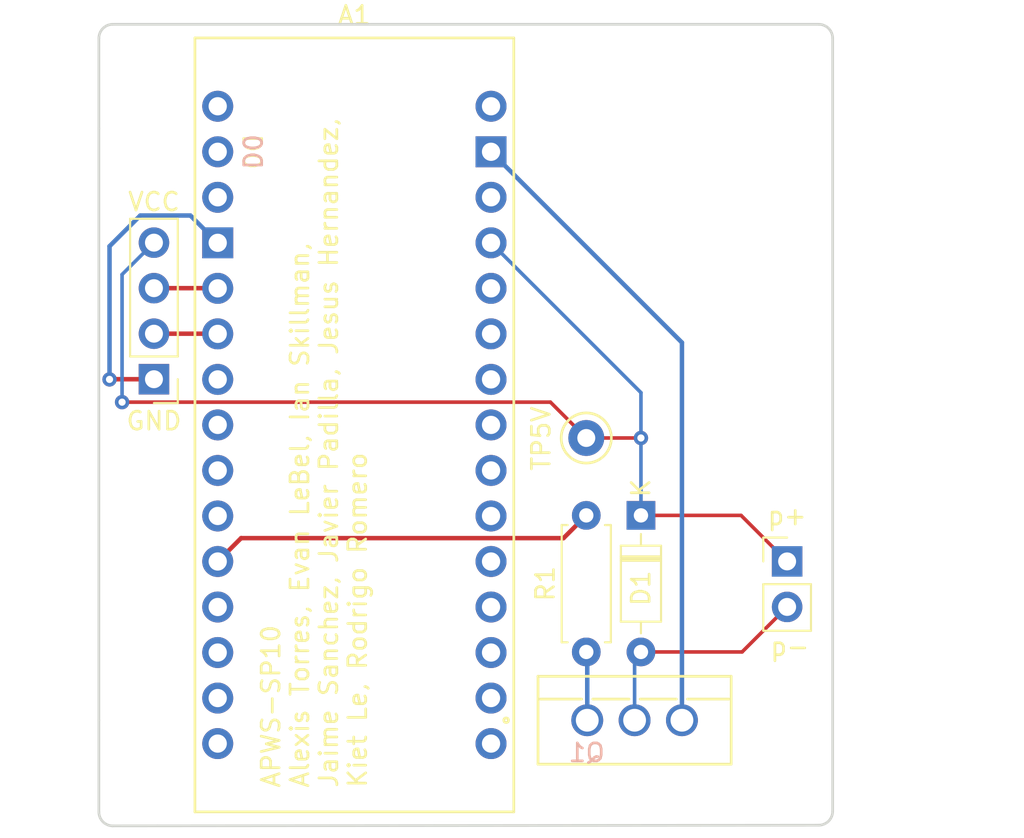
<source format=kicad_pcb>
(kicad_pcb (version 20221018) (generator pcbnew)
  (layers (0 "F.Cu" signal) (31 "B.Cu" signal) (34 "B.Paste" user) (35 "F.Paste" user) (36 "B.SilkS" user "B.Silkscreen") (37 "F.SilkS" user "F.Silkscreen") (38 "B.Mask" user) (39 "F.Mask" user) (44 "Edge.Cuts" user))
  (net 0 "")
  (net 2 "pump+")
  (net 15 "Trig")
  (net 16 "Echo")
  (net 21 "Net-(A1-PadD8)")
  (net 27 "GND")
  (net 29 "9V")
  (net 30 "pump-")
  (net 31 "Net-(Q1-G)")
  (footprint "MountingHole:MountingHole_2.1mm" (layer "F.Cu") (at 59.641481 62.444699)
    (fp_text reference "REF**" hide)
    (fp_text value "MountingHole_2.1mm")
    (pad "" np_thru_hole circle (at 0 0) (size 2.1 2.1) (drill 2.1) (layers "F&B.Cu" "*.Mask"))
  )
  (footprint "footprints:IRF510PBF" (layer "F.Cu") (at 48.519482 59.904699)
    (fp_text reference "Q1" (at -0.031 1.8107 unlocked) (layer "B.SilkS") (effects (justify mirror)))
    (fp_text value "IRF510")
    (fp_line (start -2.7448 -2.4511) (end -2.7448 2.4511) (stroke (width 0.1524)) (layer "F.SilkS"))
    (fp_line (start -2.7448 2.4511) (end 8.0248 2.4511) (stroke (width 0.1524)) (layer "F.SilkS"))
    (fp_line (start -2.6178 -1.1811) (end -0.312492 -1.1811) (stroke (width 0.1524)) (layer "F.SilkS"))
    (fp_line (start 0.312492 -1.1811) (end 2.327507 -1.1811) (stroke (width 0.1524)) (layer "F.SilkS"))
    (fp_line (start 2.952492 -1.1811) (end 4.967507 -1.1811) (stroke (width 0.1524)) (layer "F.SilkS"))
    (fp_line (start 5.592492 -1.1811) (end 7.8978 -1.1811) (stroke (width 0.1524)) (layer "F.SilkS"))
    (fp_line (start 8.0248 -2.4511) (end -2.7448 -2.4511) (stroke (width 0.1524)) (layer "F.SilkS"))
    (fp_line (start 8.0248 2.4511) (end 8.0248 -2.4511) (stroke (width 0.1524)) (layer "F.SilkS"))
    (fp_circle (center -4.5228 0) (end -4.3958 0) (stroke (width 0.1524)) (fill none) (layer "F.SilkS"))
    (pad "1" thru_hole circle (at 0 0) (size 1.778 1.778) (drill 1.27) (layers "*.Cu" "*.Mask") (net 31 "Net-(Q1-G)"))
    (pad "2" thru_hole circle (at 2.64 0) (size 1.778 1.778) (drill 1.27) (layers "*.Cu" "*.Mask") (net 30 "pump-"))
    (pad "3" thru_hole circle (at 5.279999 0) (size 1.778 1.778) (drill 1.27) (layers "*.Cu" "*.Mask") (net 27 "GND"))
  )
  (footprint "Resistor_THT:R_Axial_DIN0207_L6.3mm_D2.5mm_P7.62mm_Horizontal" (layer "F.Cu") (at 48.465481 48.474699 -90)
    (fp_text reference "R1" (at 3.81 2.286 90) (layer "F.SilkS"))
    (fp_text value "12k")
    (fp_line (start 0.54 -1.37) (end 7.08 -1.37) (stroke (width 0.12)) (layer "F.SilkS"))
    (fp_line (start 0.54 -1.04) (end 0.54 -1.37) (stroke (width 0.12)) (layer "F.SilkS"))
    (fp_line (start 0.54 1.04) (end 0.54 1.37) (stroke (width 0.12)) (layer "F.SilkS"))
    (fp_line (start 0.54 1.37) (end 7.08 1.37) (stroke (width 0.12)) (layer "F.SilkS"))
    (fp_line (start 7.08 -1.37) (end 7.08 -1.04) (stroke (width 0.12)) (layer "F.SilkS"))
    (fp_line (start 7.08 1.37) (end 7.08 1.04) (stroke (width 0.12)) (layer "F.SilkS"))
    (pad "1" thru_hole circle (at 0 0 270) (size 1.6 1.6) (drill 0.8) (layers "*.Cu" "*.Mask") (net 21 "Net-(A1-PadD8)"))
    (pad "2" thru_hole oval (at 7.62 0 270) (size 1.6 1.6) (drill 0.8) (layers "*.Cu" "*.Mask") (net 31 "Net-(Q1-G)"))
  )
  (footprint "MountingHole:MountingHole_2.1mm" (layer "F.Cu") (at 23.827481 62.444699)
    (fp_text reference "REF**" hide)
    (fp_text value "MountingHole_2.1mm")
    (pad "" np_thru_hole circle (at 0 0) (size 2.1 2.1) (drill 2.1) (layers "F&B.Cu" "*.Mask"))
  )
  (footprint "Connector_PinHeader_2.54mm:PinHeader_1x04_P2.54mm_Vertical" (layer "F.Cu") (at 24.358482 40.877399 180)
    (fp_text reference "GND" (at 0 -2.33) (layer "F.SilkS"))
    (fp_text value "Conn_01x04_Pin")
    (fp_line (start -1.33 -1.33) (end 0 -1.33) (stroke (width 0.12)) (layer "F.SilkS"))
    (fp_line (start -1.33 0) (end -1.33 -1.33) (stroke (width 0.12)) (layer "F.SilkS"))
    (fp_line (start -1.33 1.27) (end -1.33 8.95) (stroke (width 0.12)) (layer "F.SilkS"))
    (fp_line (start -1.33 1.27) (end 1.33 1.27) (stroke (width 0.12)) (layer "F.SilkS"))
    (fp_line (start -1.33 8.95) (end 1.33 8.95) (stroke (width 0.12)) (layer "F.SilkS"))
    (fp_line (start 1.33 1.27) (end 1.33 8.95) (stroke (width 0.12)) (layer "F.SilkS"))
    (pad "1" thru_hole rect (at 0 0 180) (size 1.7 1.7) (drill 1) (layers "*.Cu" "*.Mask"))
    (pad "2" thru_hole oval (at 0 2.54 180) (size 1.7 1.7) (drill 1) (layers "*.Cu" "*.Mask"))
    (pad "3" thru_hole oval (at 0 5.08 180) (size 1.7 1.7) (drill 1) (layers "*.Cu" "*.Mask"))
    (pad "4" thru_hole oval (at 0 7.62 180) (size 1.7 1.7) (drill 1) (layers "*.Cu" "*.Mask"))
  )
  (footprint "Connector_PinHeader_2.54mm:PinHeader_1x02_P2.54mm_Vertical" (layer "F.Cu") (at 59.664482 51.042399)
    (fp_text reference "p+" (at 0 -2.54) (layer "F.SilkS"))
    (fp_text value "PinHeader_1x02_P2.54mm_Vertical")
    (fp_line (start -1.33 -1.33) (end 0 -1.33) (stroke (width 0.12)) (layer "F.SilkS"))
    (fp_line (start -1.33 0) (end -1.33 -1.33) (stroke (width 0.12)) (layer "F.SilkS"))
    (fp_line (start -1.33 1.27) (end -1.33 3.87) (stroke (width 0.12)) (layer "F.SilkS"))
    (fp_line (start -1.33 1.27) (end 1.33 1.27) (stroke (width 0.12)) (layer "F.SilkS"))
    (fp_line (start -1.33 3.87) (end 1.33 3.87) (stroke (width 0.12)) (layer "F.SilkS"))
    (fp_line (start 1.33 1.27) (end 1.33 3.87) (stroke (width 0.12)) (layer "F.SilkS"))
    (pad "1" thru_hole rect (at 0 0) (size 1.7 1.7) (drill 1) (layers "*.Cu" "*.Mask"))
    (pad "2" thru_hole oval (at 0 2.54) (size 1.7 1.7) (drill 1) (layers "*.Cu" "*.Mask"))
  )
  (footprint "MountingHole:MountingHole_2.1mm" (layer "F.Cu") (at 59.641481 24.344699)
    (fp_text reference "REF**" hide)
    (fp_text value "MountingHole_2.1mm")
    (pad "" np_thru_hole circle (at 0 0) (size 2.1 2.1) (drill 2.1) (layers "F&B.Cu" "*.Mask"))
  )
  (footprint "MountingHole:MountingHole_2.1mm" (layer "F.Cu") (at 23.827481 24.344699)
    (fp_text reference "REF**" hide)
    (fp_text value "MountingHole_2.1mm")
    (pad "" np_thru_hole circle (at 0 0) (size 2.1 2.1) (drill 2.1) (layers "F&B.Cu" "*.Mask"))
  )
  (footprint "footprints:Arduino_Nano_ESP32_Socket" (layer "F.Cu") (at 35.534482 65.017399)
    (fp_text reference "A1" (at 0 -44.45) (layer "F.SilkS"))
    (fp_text value "Arduino_Nano_ESP32_Socket")
    (fp_text user "D0" (at -5.715 -36.83 -90 unlocked) (layer "B.SilkS") (effects (justify mirror)))
    (fp_text user "D0" (at -5.715 -36.83 -90 unlocked) (layer "F.SilkS"))
    (fp_line (start -8.89 -43.18) (end -8.89 0) (stroke (width 0.15)) (layer "F.SilkS"))
    (fp_line (start -8.89 -43.18) (end 8.89 -43.18) (stroke (width 0.15)) (layer "F.SilkS"))
    (fp_line (start -8.89 0) (end 8.89 0) (stroke (width 0.15)) (layer "F.SilkS"))
    (fp_line (start 8.89 -43.18) (end 8.89 0) (stroke (width 0.15)) (layer "F.SilkS"))
    (pad "" np_thru_hole circle (at -7.62 -41.91) (size 1.8 1.8) (drill 1.8) (layers "F&B.Cu" "*.Mask"))
    (pad "" np_thru_hole circle (at -7.62 -1.27) (size 1.8 1.8) (drill 1.8) (layers "F&B.Cu" "*.Mask"))
    (pad "" np_thru_hole circle (at 7.62 -41.91) (size 1.8 1.8) (drill 1.8) (layers "F&B.Cu" "*.Mask"))
    (pad "" np_thru_hole circle (at 7.62 -1.27) (size 1.8 1.8) (drill 1.8) (layers "F&B.Cu" "*.Mask"))
    (pad "3V3" thru_hole circle (at 7.62 -6.35) (size 1.7272 1.7272) (drill 1.016) (layers "*.Cu" "*.Mask"))
    (pad "5V" thru_hole circle (at 7.62 -31.75) (size 1.7272 1.7272) (drill 1.016) (layers "*.Cu" "*.Mask") (net 2 "pump+"))
    (pad "A0" thru_hole circle (at 7.62 -11.43) (size 1.7272 1.7272) (drill 1.016) (layers "*.Cu" "*.Mask"))
    (pad "A1" thru_hole circle (at 7.62 -13.97) (size 1.7272 1.7272) (drill 1.016) (layers "*.Cu" "*.Mask"))
    (pad "A2" thru_hole circle (at 7.62 -16.51) (size 1.7272 1.7272) (drill 1.016) (layers "*.Cu" "*.Mask"))
    (pad "A3" thru_hole circle (at 7.62 -19.05) (size 1.7272 1.7272) (drill 1.016) (layers "*.Cu" "*.Mask"))
    (pad "A4" thru_hole circle (at 7.62 -21.59) (size 1.7272 1.7272) (drill 1.016) (layers "*.Cu" "*.Mask"))
    (pad "A5" thru_hole circle (at 7.62 -24.13) (size 1.7272 1.7272) (drill 1.016) (layers "*.Cu" "*.Mask"))
    (pad "A6" thru_hole circle (at 7.62 -26.67) (size 1.7272 1.7272) (drill 1.016) (layers "*.Cu" "*.Mask"))
    (pad "A7" thru_hole circle (at 7.62 -29.21) (size 1.7272 1.7272) (drill 1.016) (layers "*.Cu" "*.Mask"))
    (pad "B0" thru_hole circle (at 7.62 -8.89) (size 1.7272 1.7272) (drill 1.016) (layers "*.Cu" "*.Mask"))
    (pad "B1" thru_hole circle (at 7.62 -34.29) (size 1.7272 1.7272) (drill 1.016) (layers "*.Cu" "*.Mask"))
    (pad "D0" thru_hole circle (at -7.62 -36.83) (size 1.7272 1.7272) (drill 1.016) (layers "*.Cu" "*.Mask"))
    (pad "D1" thru_hole circle (at -7.62 -39.37) (size 1.7272 1.7272) (drill 1.016) (layers "*.Cu" "*.Mask"))
    (pad "D2" thru_hole circle (at -7.62 -29.21) (size 1.7272 1.7272) (drill 1.016) (layers "*.Cu" "*.Mask") (net 15 "Trig"))
    (pad "D3" thru_hole circle (at -7.62 -26.67) (size 1.7272 1.7272) (drill 1.016) (layers "*.Cu" "*.Mask") (net 16 "Echo"))
    (pad "D4" thru_hole circle (at -7.62 -24.13) (size 1.7272 1.7272) (drill 1.016) (layers "*.Cu" "*.Mask"))
    (pad "D5" thru_hole circle (at -7.62 -21.59) (size 1.7272 1.7272) (drill 1.016) (layers "*.Cu" "*.Mask"))
    (pad "D6" thru_hole circle (at -7.62 -19.05) (size 1.7272 1.7272) (drill 1.016) (layers "*.Cu" "*.Mask"))
    (pad "D7" thru_hole circle (at -7.62 -16.51) (size 1.7272 1.7272) (drill 1.016) (layers "*.Cu" "*.Mask"))
    (pad "D8" thru_hole circle (at -7.62 -13.97) (size 1.7272 1.7272) (drill 1.016) (layers "*.Cu" "*.Mask") (net 21 "Net-(A1-PadD8)"))
    (pad "D9" thru_hole circle (at -7.62 -11.43) (size 1.7272 1.7272) (drill 1.016) (layers "*.Cu" "*.Mask"))
    (pad "D10" thru_hole circle (at -7.62 -8.89) (size 1.7272 1.7272) (drill 1.016) (layers "*.Cu" "*.Mask"))
    (pad "D11" thru_hole circle (at -7.62 -6.35) (size 1.7272 1.7272) (drill 1.016) (layers "*.Cu" "*.Mask"))
    (pad "D12" thru_hole circle (at -7.62 -3.81) (size 1.7272 1.7272) (drill 1.016) (layers "*.Cu" "*.Mask"))
    (pad "D13" thru_hole circle (at 7.62 -3.81) (size 1.7272 1.7272) (drill 1.016) (layers "*.Cu" "*.Mask"))
    (pad "GND1" thru_hole rect (at -7.62 -31.75) (size 1.7272 1.7272) (drill 1.016) (layers "*.Cu" "*.Mask") (net 27 "GND"))
    (pad "GND2" thru_hole rect (at 7.62 -36.83) (size 1.7272 1.7272) (drill 1.016) (layers "*.Cu" "*.Mask") (net 27 "GND"))
    (pad "RST" thru_hole circle (at -7.62 -34.29) (size 1.7272 1.7272) (drill 1.016) (layers "*.Cu" "*.Mask"))
    (pad "VIN" thru_hole circle (at 7.62 -39.37) (size 1.7272 1.7272) (drill 1.016) (layers "*.Cu" "*.Mask") (net 29 "9V"))
  )
  (footprint "Diode_THT:D_DO-35_SOD27_P7.62mm_Horizontal" (layer "F.Cu") (at 51.513481 48.474699 -90)
    (fp_text reference "D1" (at 4.064 0 90) (layer "F.SilkS"))
    (fp_text value "1N914")
    (fp_text user "K" (at -1.524 0 90) (layer "F.SilkS"))
    (fp_line (start 1.04 0) (end 1.69 0) (stroke (width 0.12)) (layer "F.SilkS"))
    (fp_line (start 1.69 -1.12) (end 1.69 1.12) (stroke (width 0.12)) (layer "F.SilkS"))
    (fp_line (start 1.69 1.12) (end 5.93 1.12) (stroke (width 0.12)) (layer "F.SilkS"))
    (fp_line (start 2.29 -1.12) (end 2.29 1.12) (stroke (width 0.12)) (layer "F.SilkS"))
    (fp_line (start 2.41 -1.12) (end 2.41 1.12) (stroke (width 0.12)) (layer "F.SilkS"))
    (fp_line (start 2.53 -1.12) (end 2.53 1.12) (stroke (width 0.12)) (layer "F.SilkS"))
    (fp_line (start 5.93 -1.12) (end 1.69 -1.12) (stroke (width 0.12)) (layer "F.SilkS"))
    (fp_line (start 5.93 1.12) (end 5.93 -1.12) (stroke (width 0.12)) (layer "F.SilkS"))
    (fp_line (start 6.58 0) (end 5.93 0) (stroke (width 0.12)) (layer "F.SilkS"))
    (pad "1" thru_hole rect (at 0 0 270) (size 1.6 1.6) (drill 0.8) (layers "*.Cu" "*.Mask") (net 2 "pump+"))
    (pad "2" thru_hole oval (at 7.62 0 270) (size 1.6 1.6) (drill 0.8) (layers "*.Cu" "*.Mask") (net 30 "pump-"))
  )
  (footprint "TestPoint:TestPoint_Keystone_5000-5004_Miniature" (layer "F.Cu") (at 48.465481 44.156699)
    (fp_text reference "TP5V" (at -2.516999 0.0327 90) (layer "F.SilkS"))
    (fp_text value "TestPoint_Keystone_5000-5004_Miniature")
    (fp_circle (center 0 0) (end 1.4 0) (stroke (width 0.15)) (fill none) (layer "F.SilkS"))
    (pad "1" thru_hole circle (at 0 0) (size 2 2) (drill 1) (layers "*.Cu" "*.Mask"))
  )
  (gr_line (start 21.287481 59.904699) (end 21.287481 65.036315) (stroke (width 0.15)) (layer "Edge.Cuts"))
  (gr_arc (start 62.204482 64.998482) (mid 61.976015 65.532015) (end 61.442482 65.760482) (stroke (width 0.15)) (layer "Edge.Cuts"))
  (gr_arc (start 22.049481 65.798315) (mid 21.515954 65.569842) (end 21.287481 65.036315) (stroke (width 0.15)) (layer "Edge.Cuts"))
  (gr_line (start 22.049481 65.798315) (end 61.442482 65.760482) (stroke (width 0.15)) (layer "Edge.Cuts"))
  (gr_arc (start 21.287481 21.837399) (mid 21.515956 21.303874) (end 22.049481 21.075399) (stroke (width 0.15)) (layer "Edge.Cuts"))
  (gr_line (start 22.049481 21.075399) (end 61.442482 21.075399) (stroke (width 0.15)) (layer "Edge.Cuts"))
  (gr_line (start 21.287481 26.884699) (end 21.287481 59.904699) (stroke (width 0.15)) (layer "Edge.Cuts"))
  (gr_line (start 62.204482 64.998482) (end 62.204482 21.837399) (stroke (width 0.15)) (layer "Edge.Cuts"))
  (gr_arc (start 61.442482 21.075399) (mid 61.976006 21.303875) (end 62.204482 21.837399) (stroke (width 0.15)) (layer "Edge.Cuts"))
  (gr_line (start 21.287481 21.837399) (end 21.287481 26.884699) (stroke (width 0.15)) (layer "Edge.Cuts"))
  (gr_text "p-" (at 58.648482 56.381399) (layer "F.SilkS") (effects (font (size 1 1)) (justify left bottom)))
  (gr_text "APWS-SP10\nAlexis Torres, Evan LeBel, Ian Skillman,\nJaime Sanchez, Javier Padilla, Jesus Hernandez, \nKiet Le, Rodrigo Romero" (at 36.296482 63.747399 90) (layer "F.SilkS") (effects (font (size 1 1)) (justify left bottom)))
  (gr_text "VCC" (at 24.358482 30.981399) (layer "F.SilkS") (effects (font (size 1 1))))
  (segment (start 48.465481 44.156699) (end 51.513481 44.156699) (width 0.2) (layer "F.Cu") (net 2))
  (segment (start 46.466181 42.157399) (end 22.580482 42.157399) (width 0.2) (layer "F.Cu") (net 2))
  (segment (start 57.096782 48.474699) (end 59.664482 51.042399) (width 0.2) (layer "F.Cu") (net 2))
  (segment (start 51.513481 48.474699) (end 57.096782 48.474699) (width 0.2) (layer "F.Cu") (net 2))
  (segment (start 48.465481 44.156699) (end 46.466181 42.157399) (width 0.2) (layer "F.Cu") (net 2))
  (via (at 22.580482 42.157399) (size 0.8) (drill 0.4) (layers "F.Cu" "B.Cu") (net 2))
  (via (at 51.513481 44.156699) (size 0.8) (drill 0.4) (layers "F.Cu" "B.Cu") (net 2))
  (segment (start 51.513481 41.626398) (end 51.513481 44.156699) (width 0.2) (layer "B.Cu") (net 2))
  (segment (start 22.580482 42.157399) (end 22.580482 35.035399) (width 0.2) (layer "B.Cu") (net 2))
  (segment (start 22.580482 35.035399) (end 24.358482 33.257399) (width 0.2) (layer "B.Cu") (net 2))
  (segment (start 51.513481 48.474699) (end 51.513481 44.156699) (width 0.2) (layer "B.Cu") (net 2))
  (segment (start 43.154482 33.267399) (end 51.513481 41.626398) (width 0.2) (layer "B.Cu") (net 2))
  (segment (start 27.904482 35.797399) (end 27.914482 35.807399) (width 0.25) (layer "F.Cu") (net 15))
  (segment (start 24.358482 35.797399) (end 27.904482 35.797399) (width 0.25) (layer "F.Cu") (net 15))
  (segment (start 27.904482 38.337399) (end 27.914482 38.347399) (width 0.25) (layer "F.Cu") (net 16))
  (segment (start 24.358482 38.337399) (end 27.904482 38.337399) (width 0.25) (layer "F.Cu") (net 16))
  (segment (start 47.195481 49.744699) (end 29.217182 49.744699) (width 0.25) (layer "F.Cu") (net 21))
  (segment (start 48.465481 48.474699) (end 47.195481 49.744699) (width 0.25) (layer "F.Cu") (net 21))
  (segment (start 29.217182 49.744699) (end 27.914482 51.047399) (width 0.25) (layer "F.Cu") (net 21))
  (segment (start 24.358482 40.877399) (end 21.890982 40.877399) (width 0.25) (layer "F.Cu") (net 27))
  (segment (start 21.890982 40.877399) (end 21.880982 40.887399) (width 0.25) (layer "F.Cu") (net 27))
  (segment (start 43.624182 27.717699) (end 43.154482 28.187399) (width 0.25) (layer "F.Cu") (net 27))
  (segment (start 43.624182 27.661998) (end 43.624182 27.717699) (width 0.25) (layer "F.Cu") (net 27))
  (via (at 21.880982 40.887399) (size 0.8) (drill 0.4) (layers "F.Cu" "B.Cu") (net 27))
  (segment (start 26.390482 31.743399) (end 27.914482 33.267399) (width 0.25) (layer "B.Cu") (net 27))
  (segment (start 23.596482 31.743399) (end 26.390482 31.743399) (width 0.25) (layer "B.Cu") (net 27))
  (segment (start 53.799481 38.832398) (end 43.154482 28.187399) (width 0.25) (layer "B.Cu") (net 27))
  (segment (start 53.799481 59.904699) (end 53.799481 38.832398) (width 0.25) (layer "B.Cu") (net 27))
  (segment (start 53.799481 59.904699) (end 53.291481 59.396699) (width 0.25) (layer "B.Cu") (net 27))
  (segment (start 21.880982 40.887399) (end 21.880982 33.458899) (width 0.25) (layer "B.Cu") (net 27))
  (segment (start 21.880982 33.458899) (end 23.596482 31.743399) (width 0.25) (layer "B.Cu") (net 27))
  (segment (start 51.513481 56.094699) (end 57.152182 56.094699) (width 0.2) (layer "F.Cu") (net 30))
  (segment (start 57.152182 56.094699) (end 59.664482 53.582399) (width 0.2) (layer "F.Cu") (net 30))
  (segment (start 51.159482 59.904699) (end 51.159482 56.448698) (width 0.2) (layer "B.Cu") (net 30))
  (segment (start 51.159482 56.448698) (end 51.513481 56.094699) (width 0.2) (layer "B.Cu") (net 30))
  (segment (start 48.519482 56.1487) (end 48.465481 56.094699) (width 0.25) (layer "B.Cu") (net 31))
  (segment (start 48.519482 59.904699) (end 48.519482 56.1487) (width 0.25) (layer "B.Cu") (net 31))
)
</source>
